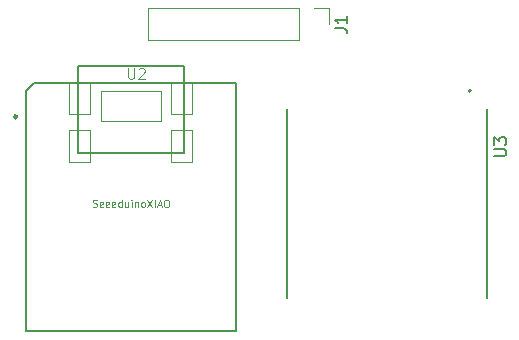
<source format=gbr>
%TF.GenerationSoftware,KiCad,Pcbnew,7.0.9*%
%TF.CreationDate,2024-02-15T22:09:53+01:00*%
%TF.ProjectId,esp32c3,65737033-3263-4332-9e6b-696361645f70,rev?*%
%TF.SameCoordinates,Original*%
%TF.FileFunction,Legend,Top*%
%TF.FilePolarity,Positive*%
%FSLAX46Y46*%
G04 Gerber Fmt 4.6, Leading zero omitted, Abs format (unit mm)*
G04 Created by KiCad (PCBNEW 7.0.9) date 2024-02-15 22:09:53*
%MOMM*%
%LPD*%
G01*
G04 APERTURE LIST*
%ADD10C,0.150000*%
%ADD11C,0.101600*%
%ADD12C,0.076200*%
%ADD13C,0.127000*%
%ADD14C,0.200000*%
%ADD15C,0.066040*%
%ADD16C,0.254000*%
%ADD17C,0.120000*%
G04 APERTURE END LIST*
D10*
X175571819Y-76688904D02*
X176381342Y-76688904D01*
X176381342Y-76688904D02*
X176476580Y-76641285D01*
X176476580Y-76641285D02*
X176524200Y-76593666D01*
X176524200Y-76593666D02*
X176571819Y-76498428D01*
X176571819Y-76498428D02*
X176571819Y-76307952D01*
X176571819Y-76307952D02*
X176524200Y-76212714D01*
X176524200Y-76212714D02*
X176476580Y-76165095D01*
X176476580Y-76165095D02*
X176381342Y-76117476D01*
X176381342Y-76117476D02*
X175571819Y-76117476D01*
X175571819Y-75736523D02*
X175571819Y-75117476D01*
X175571819Y-75117476D02*
X175952771Y-75450809D01*
X175952771Y-75450809D02*
X175952771Y-75307952D01*
X175952771Y-75307952D02*
X176000390Y-75212714D01*
X176000390Y-75212714D02*
X176048009Y-75165095D01*
X176048009Y-75165095D02*
X176143247Y-75117476D01*
X176143247Y-75117476D02*
X176381342Y-75117476D01*
X176381342Y-75117476D02*
X176476580Y-75165095D01*
X176476580Y-75165095D02*
X176524200Y-75212714D01*
X176524200Y-75212714D02*
X176571819Y-75307952D01*
X176571819Y-75307952D02*
X176571819Y-75593666D01*
X176571819Y-75593666D02*
X176524200Y-75688904D01*
X176524200Y-75688904D02*
X176476580Y-75736523D01*
D11*
X144567486Y-69260305D02*
X144567486Y-69979972D01*
X144567486Y-69979972D02*
X144609820Y-70064638D01*
X144609820Y-70064638D02*
X144652153Y-70106972D01*
X144652153Y-70106972D02*
X144736820Y-70149305D01*
X144736820Y-70149305D02*
X144906153Y-70149305D01*
X144906153Y-70149305D02*
X144990820Y-70106972D01*
X144990820Y-70106972D02*
X145033153Y-70064638D01*
X145033153Y-70064638D02*
X145075486Y-69979972D01*
X145075486Y-69979972D02*
X145075486Y-69260305D01*
X145456486Y-69344972D02*
X145498819Y-69302638D01*
X145498819Y-69302638D02*
X145583486Y-69260305D01*
X145583486Y-69260305D02*
X145795153Y-69260305D01*
X145795153Y-69260305D02*
X145879819Y-69302638D01*
X145879819Y-69302638D02*
X145922153Y-69344972D01*
X145922153Y-69344972D02*
X145964486Y-69429638D01*
X145964486Y-69429638D02*
X145964486Y-69514305D01*
X145964486Y-69514305D02*
X145922153Y-69641305D01*
X145922153Y-69641305D02*
X145414153Y-70149305D01*
X145414153Y-70149305D02*
X145964486Y-70149305D01*
D12*
X141578149Y-80977841D02*
X141665235Y-81006869D01*
X141665235Y-81006869D02*
X141810377Y-81006869D01*
X141810377Y-81006869D02*
X141868435Y-80977841D01*
X141868435Y-80977841D02*
X141897463Y-80948812D01*
X141897463Y-80948812D02*
X141926492Y-80890755D01*
X141926492Y-80890755D02*
X141926492Y-80832698D01*
X141926492Y-80832698D02*
X141897463Y-80774641D01*
X141897463Y-80774641D02*
X141868435Y-80745612D01*
X141868435Y-80745612D02*
X141810377Y-80716583D01*
X141810377Y-80716583D02*
X141694263Y-80687555D01*
X141694263Y-80687555D02*
X141636206Y-80658526D01*
X141636206Y-80658526D02*
X141607177Y-80629498D01*
X141607177Y-80629498D02*
X141578149Y-80571441D01*
X141578149Y-80571441D02*
X141578149Y-80513383D01*
X141578149Y-80513383D02*
X141607177Y-80455326D01*
X141607177Y-80455326D02*
X141636206Y-80426298D01*
X141636206Y-80426298D02*
X141694263Y-80397269D01*
X141694263Y-80397269D02*
X141839406Y-80397269D01*
X141839406Y-80397269D02*
X141926492Y-80426298D01*
X142419977Y-80977841D02*
X142361920Y-81006869D01*
X142361920Y-81006869D02*
X142245806Y-81006869D01*
X142245806Y-81006869D02*
X142187748Y-80977841D01*
X142187748Y-80977841D02*
X142158720Y-80919783D01*
X142158720Y-80919783D02*
X142158720Y-80687555D01*
X142158720Y-80687555D02*
X142187748Y-80629498D01*
X142187748Y-80629498D02*
X142245806Y-80600469D01*
X142245806Y-80600469D02*
X142361920Y-80600469D01*
X142361920Y-80600469D02*
X142419977Y-80629498D01*
X142419977Y-80629498D02*
X142449006Y-80687555D01*
X142449006Y-80687555D02*
X142449006Y-80745612D01*
X142449006Y-80745612D02*
X142158720Y-80803669D01*
X142942491Y-80977841D02*
X142884434Y-81006869D01*
X142884434Y-81006869D02*
X142768320Y-81006869D01*
X142768320Y-81006869D02*
X142710262Y-80977841D01*
X142710262Y-80977841D02*
X142681234Y-80919783D01*
X142681234Y-80919783D02*
X142681234Y-80687555D01*
X142681234Y-80687555D02*
X142710262Y-80629498D01*
X142710262Y-80629498D02*
X142768320Y-80600469D01*
X142768320Y-80600469D02*
X142884434Y-80600469D01*
X142884434Y-80600469D02*
X142942491Y-80629498D01*
X142942491Y-80629498D02*
X142971520Y-80687555D01*
X142971520Y-80687555D02*
X142971520Y-80745612D01*
X142971520Y-80745612D02*
X142681234Y-80803669D01*
X143465005Y-80977841D02*
X143406948Y-81006869D01*
X143406948Y-81006869D02*
X143290834Y-81006869D01*
X143290834Y-81006869D02*
X143232776Y-80977841D01*
X143232776Y-80977841D02*
X143203748Y-80919783D01*
X143203748Y-80919783D02*
X143203748Y-80687555D01*
X143203748Y-80687555D02*
X143232776Y-80629498D01*
X143232776Y-80629498D02*
X143290834Y-80600469D01*
X143290834Y-80600469D02*
X143406948Y-80600469D01*
X143406948Y-80600469D02*
X143465005Y-80629498D01*
X143465005Y-80629498D02*
X143494034Y-80687555D01*
X143494034Y-80687555D02*
X143494034Y-80745612D01*
X143494034Y-80745612D02*
X143203748Y-80803669D01*
X144016548Y-81006869D02*
X144016548Y-80397269D01*
X144016548Y-80977841D02*
X143958490Y-81006869D01*
X143958490Y-81006869D02*
X143842376Y-81006869D01*
X143842376Y-81006869D02*
X143784319Y-80977841D01*
X143784319Y-80977841D02*
X143755290Y-80948812D01*
X143755290Y-80948812D02*
X143726262Y-80890755D01*
X143726262Y-80890755D02*
X143726262Y-80716583D01*
X143726262Y-80716583D02*
X143755290Y-80658526D01*
X143755290Y-80658526D02*
X143784319Y-80629498D01*
X143784319Y-80629498D02*
X143842376Y-80600469D01*
X143842376Y-80600469D02*
X143958490Y-80600469D01*
X143958490Y-80600469D02*
X144016548Y-80629498D01*
X144568091Y-80600469D02*
X144568091Y-81006869D01*
X144306833Y-80600469D02*
X144306833Y-80919783D01*
X144306833Y-80919783D02*
X144335862Y-80977841D01*
X144335862Y-80977841D02*
X144393919Y-81006869D01*
X144393919Y-81006869D02*
X144481005Y-81006869D01*
X144481005Y-81006869D02*
X144539062Y-80977841D01*
X144539062Y-80977841D02*
X144568091Y-80948812D01*
X144858376Y-81006869D02*
X144858376Y-80600469D01*
X144858376Y-80397269D02*
X144829348Y-80426298D01*
X144829348Y-80426298D02*
X144858376Y-80455326D01*
X144858376Y-80455326D02*
X144887405Y-80426298D01*
X144887405Y-80426298D02*
X144858376Y-80397269D01*
X144858376Y-80397269D02*
X144858376Y-80455326D01*
X145148662Y-80600469D02*
X145148662Y-81006869D01*
X145148662Y-80658526D02*
X145177691Y-80629498D01*
X145177691Y-80629498D02*
X145235748Y-80600469D01*
X145235748Y-80600469D02*
X145322834Y-80600469D01*
X145322834Y-80600469D02*
X145380891Y-80629498D01*
X145380891Y-80629498D02*
X145409920Y-80687555D01*
X145409920Y-80687555D02*
X145409920Y-81006869D01*
X145787291Y-81006869D02*
X145729234Y-80977841D01*
X145729234Y-80977841D02*
X145700205Y-80948812D01*
X145700205Y-80948812D02*
X145671177Y-80890755D01*
X145671177Y-80890755D02*
X145671177Y-80716583D01*
X145671177Y-80716583D02*
X145700205Y-80658526D01*
X145700205Y-80658526D02*
X145729234Y-80629498D01*
X145729234Y-80629498D02*
X145787291Y-80600469D01*
X145787291Y-80600469D02*
X145874377Y-80600469D01*
X145874377Y-80600469D02*
X145932434Y-80629498D01*
X145932434Y-80629498D02*
X145961463Y-80658526D01*
X145961463Y-80658526D02*
X145990491Y-80716583D01*
X145990491Y-80716583D02*
X145990491Y-80890755D01*
X145990491Y-80890755D02*
X145961463Y-80948812D01*
X145961463Y-80948812D02*
X145932434Y-80977841D01*
X145932434Y-80977841D02*
X145874377Y-81006869D01*
X145874377Y-81006869D02*
X145787291Y-81006869D01*
X146193691Y-80397269D02*
X146600091Y-81006869D01*
X146600091Y-80397269D02*
X146193691Y-81006869D01*
X146832319Y-81006869D02*
X146832319Y-80397269D01*
X147093577Y-80832698D02*
X147383863Y-80832698D01*
X147035520Y-81006869D02*
X147238720Y-80397269D01*
X147238720Y-80397269D02*
X147441920Y-81006869D01*
X147761234Y-80397269D02*
X147877348Y-80397269D01*
X147877348Y-80397269D02*
X147935405Y-80426298D01*
X147935405Y-80426298D02*
X147993462Y-80484355D01*
X147993462Y-80484355D02*
X148022491Y-80600469D01*
X148022491Y-80600469D02*
X148022491Y-80803669D01*
X148022491Y-80803669D02*
X147993462Y-80919783D01*
X147993462Y-80919783D02*
X147935405Y-80977841D01*
X147935405Y-80977841D02*
X147877348Y-81006869D01*
X147877348Y-81006869D02*
X147761234Y-81006869D01*
X147761234Y-81006869D02*
X147703177Y-80977841D01*
X147703177Y-80977841D02*
X147645119Y-80919783D01*
X147645119Y-80919783D02*
X147616091Y-80803669D01*
X147616091Y-80803669D02*
X147616091Y-80600469D01*
X147616091Y-80600469D02*
X147645119Y-80484355D01*
X147645119Y-80484355D02*
X147703177Y-80426298D01*
X147703177Y-80426298D02*
X147761234Y-80397269D01*
D10*
X162058819Y-65865333D02*
X162773104Y-65865333D01*
X162773104Y-65865333D02*
X162915961Y-65912952D01*
X162915961Y-65912952D02*
X163011200Y-66008190D01*
X163011200Y-66008190D02*
X163058819Y-66151047D01*
X163058819Y-66151047D02*
X163058819Y-66246285D01*
X163058819Y-64865333D02*
X163058819Y-65436761D01*
X163058819Y-65151047D02*
X162058819Y-65151047D01*
X162058819Y-65151047D02*
X162201676Y-65246285D01*
X162201676Y-65246285D02*
X162296914Y-65341523D01*
X162296914Y-65341523D02*
X162344533Y-65436761D01*
D13*
%TO.C,U3*%
X174982000Y-72752000D02*
X174982000Y-88752000D01*
X157982000Y-72752000D02*
X157982000Y-88752000D01*
D14*
X173582000Y-71176000D02*
G75*
G03*
X173582000Y-71176000I-100000J0D01*
G01*
D13*
%TO.C,U2*%
X135910320Y-71196200D02*
X135910320Y-91523820D01*
X135910320Y-91523820D02*
X153708100Y-91523820D01*
X136580880Y-70525640D02*
X135910320Y-71196200D01*
D15*
X139593320Y-70441820D02*
X141371320Y-70441820D01*
X139593320Y-73108820D02*
X139593320Y-70441820D01*
X139593320Y-73108820D02*
X141371320Y-73108820D01*
X139593320Y-74505820D02*
X141371320Y-74505820D01*
X139593320Y-77175360D02*
X139593320Y-74505820D01*
X139593320Y-77175360D02*
X141371320Y-77175360D01*
D13*
X140304520Y-76454000D02*
X140304520Y-69100700D01*
X140309600Y-69100700D02*
X149303740Y-69100700D01*
D15*
X141371320Y-73108820D02*
X141371320Y-70441820D01*
X141371320Y-77175360D02*
X141371320Y-74505820D01*
X142260320Y-71203820D02*
X147340320Y-71203820D01*
X142260320Y-73743820D02*
X142260320Y-71203820D01*
X142260320Y-73743820D02*
X147340320Y-73743820D01*
X147340320Y-73743820D02*
X147340320Y-71203820D01*
X148229320Y-70441820D02*
X150007320Y-70441820D01*
X148229320Y-73108820D02*
X148229320Y-70441820D01*
X148229320Y-73108820D02*
X150007320Y-73108820D01*
X148229320Y-74505820D02*
X150007320Y-74505820D01*
X148229320Y-77175360D02*
X148229320Y-74505820D01*
X148229320Y-77175360D02*
X150007320Y-77175360D01*
D13*
X149303740Y-69100700D02*
X149303740Y-76454000D01*
X149303740Y-76454000D02*
X140304520Y-76454000D01*
D15*
X150007320Y-73108820D02*
X150007320Y-70441820D01*
X150007320Y-77175360D02*
X150007320Y-74505820D01*
D13*
X153708100Y-70525640D02*
X136580880Y-70525640D01*
X153708100Y-91523820D02*
X153708100Y-70525640D01*
D16*
X135148320Y-73362820D02*
G75*
G03*
X135148320Y-73362820I-127000J0D01*
G01*
D17*
%TO.C,J1*%
X161604000Y-64202000D02*
X161604000Y-65532000D01*
X160274000Y-64202000D02*
X161604000Y-64202000D01*
X159004000Y-64202000D02*
X146244000Y-64202000D01*
X159004000Y-64202000D02*
X159004000Y-66862000D01*
X146244000Y-64202000D02*
X146244000Y-66862000D01*
X159004000Y-66862000D02*
X146244000Y-66862000D01*
%TD*%
M02*

</source>
